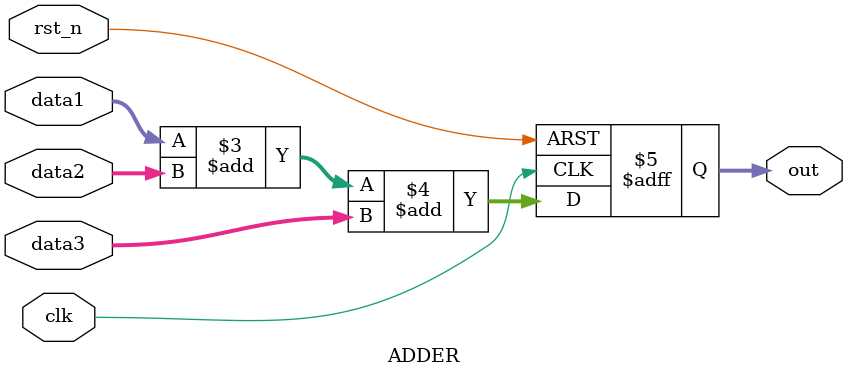
<source format=v>
`timescale 1ns / 1ps

module ADDER(
clk, rst_n, data1, data2, data3, out
    );

    input clk;
    input rst_n;
    input [7 : 0] data1, data2, data3;
    output reg [9 : 0] out;
    
    // 코드 작성
    always @(posedge clk or negedge rst_n) begin
        if (!rst_n) begin
            out <= 10'b0;
        end
        else begin
            out <= data1 + data2 + data3;
        end

    end
    
endmodule

</source>
